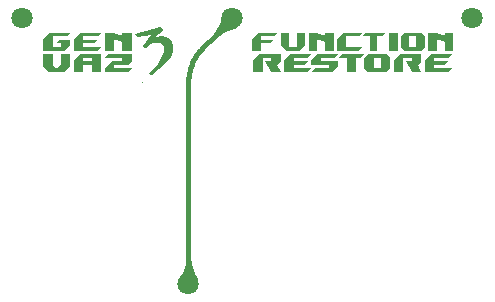
<source format=gbr>
G04 EAGLE Gerber RS-274X export*
G75*
%MOMM*%
%FSLAX34Y34*%
%LPD*%
%INTop Copper*%
%IPPOS*%
%AMOC8*
5,1,8,0,0,1.08239X$1,22.5*%
G01*
%ADD10C,1.800000*%
%ADD11C,0.406400*%

G36*
X134969Y179994D02*
X134969Y179994D01*
X134971Y179994D01*
X134973Y179994D01*
X147170Y190605D01*
X147170Y190606D01*
X147171Y190606D01*
X150994Y195126D01*
X150994Y195128D01*
X150995Y195128D01*
X152833Y200156D01*
X152833Y200157D01*
X152835Y200181D01*
X152835Y200186D01*
X152835Y200191D01*
X152836Y200196D01*
X152836Y200201D01*
X152836Y200206D01*
X152850Y200444D01*
X152850Y200445D01*
X152850Y200449D01*
X152850Y200454D01*
X152850Y200459D01*
X152851Y200459D01*
X152850Y200459D01*
X152851Y200464D01*
X152851Y200469D01*
X152864Y200703D01*
X152865Y200708D01*
X152865Y200713D01*
X152865Y200718D01*
X152865Y200723D01*
X152866Y200728D01*
X152879Y200961D01*
X152879Y200966D01*
X152879Y200971D01*
X152880Y200976D01*
X152880Y200981D01*
X152880Y200986D01*
X152881Y200991D01*
X152894Y201225D01*
X152894Y201230D01*
X152894Y201234D01*
X152894Y201235D01*
X152895Y201239D01*
X152895Y201240D01*
X152895Y201244D01*
X152895Y201249D01*
X152908Y201483D01*
X152909Y201488D01*
X152909Y201493D01*
X152909Y201498D01*
X152909Y201503D01*
X152910Y201508D01*
X152923Y201741D01*
X152923Y201746D01*
X152923Y201751D01*
X152924Y201756D01*
X152924Y201761D01*
X152924Y201766D01*
X152925Y201771D01*
X152938Y202005D01*
X152938Y202010D01*
X152938Y202015D01*
X152939Y202020D01*
X152939Y202025D01*
X152939Y202029D01*
X152939Y202030D01*
X152952Y202263D01*
X152953Y202268D01*
X152953Y202273D01*
X152953Y202278D01*
X152953Y202283D01*
X152954Y202283D01*
X152953Y202283D01*
X152954Y202288D01*
X152954Y202293D01*
X152967Y202526D01*
X152968Y202531D01*
X152968Y202536D01*
X152968Y202541D01*
X152968Y202546D01*
X152969Y202551D01*
X152982Y202785D01*
X152982Y202790D01*
X152982Y202795D01*
X152983Y202800D01*
X152983Y202805D01*
X152983Y202810D01*
X152996Y203043D01*
X152997Y203048D01*
X152997Y203053D01*
X152997Y203058D01*
X152998Y203063D01*
X152998Y203068D01*
X152998Y203073D01*
X153011Y203306D01*
X153011Y203307D01*
X153012Y203311D01*
X153012Y203316D01*
X153012Y203321D01*
X153012Y203326D01*
X153013Y203331D01*
X153026Y203565D01*
X153026Y203570D01*
X153026Y203575D01*
X153027Y203580D01*
X153027Y203585D01*
X153027Y203590D01*
X153028Y203595D01*
X153041Y203828D01*
X153041Y203833D01*
X153041Y203838D01*
X153042Y203843D01*
X153042Y203848D01*
X153042Y203853D01*
X153055Y204087D01*
X153056Y204092D01*
X153056Y204096D01*
X153056Y204097D01*
X153056Y204101D01*
X153056Y204102D01*
X153056Y204106D01*
X153057Y204106D01*
X153056Y204106D01*
X153057Y204111D01*
X153070Y204345D01*
X153070Y204350D01*
X153071Y204355D01*
X153071Y204360D01*
X153071Y204365D01*
X153071Y204370D01*
X153072Y204375D01*
X153085Y204608D01*
X153085Y204613D01*
X153085Y204618D01*
X153086Y204623D01*
X153086Y204628D01*
X153086Y204633D01*
X153096Y204809D01*
X153096Y204810D01*
X152243Y208331D01*
X152242Y208332D01*
X152242Y208333D01*
X151347Y209901D01*
X151346Y209901D01*
X151346Y209902D01*
X149804Y211183D01*
X149803Y211183D01*
X149803Y211184D01*
X143325Y213438D01*
X143324Y213438D01*
X143323Y213438D01*
X143322Y213438D01*
X137814Y212550D01*
X144931Y218246D01*
X144932Y218253D01*
X144931Y218253D01*
X144931Y218254D01*
X141722Y221286D01*
X141719Y221286D01*
X141717Y221287D01*
X120678Y214687D01*
X120677Y214686D01*
X120676Y214686D01*
X120676Y214684D01*
X120674Y214681D01*
X120676Y214680D01*
X120676Y214678D01*
X122994Y212716D01*
X122999Y212716D01*
X123000Y212716D01*
X134219Y213962D01*
X127461Y204643D01*
X127461Y204639D01*
X127462Y204639D01*
X127462Y204638D01*
X127461Y204637D01*
X128404Y203505D01*
X128409Y203504D01*
X128411Y203503D01*
X129975Y204286D01*
X130228Y203273D01*
X130229Y203272D01*
X130229Y203271D01*
X130231Y203271D01*
X130234Y203269D01*
X130235Y203270D01*
X130237Y203270D01*
X132585Y205284D01*
X136334Y207070D01*
X138674Y207469D01*
X141549Y207161D01*
X143542Y206394D01*
X144159Y205834D01*
X145101Y203948D01*
X145101Y200056D01*
X143497Y195954D01*
X140110Y189890D01*
X131614Y181390D01*
X131614Y181389D01*
X131613Y181389D01*
X131614Y181387D01*
X131614Y181383D01*
X131615Y181383D01*
X131616Y181382D01*
X134968Y179993D01*
X134969Y179994D01*
G37*
G36*
X334002Y182997D02*
X334002Y182997D01*
X334004Y182996D01*
X337004Y185996D01*
X337004Y185999D01*
X337005Y186000D01*
X337005Y195000D01*
X337003Y195002D01*
X337004Y195004D01*
X334004Y198004D01*
X334001Y198004D01*
X334000Y198005D01*
X318000Y198005D01*
X317998Y198003D01*
X317996Y198004D01*
X314996Y195004D01*
X314996Y195001D01*
X314995Y195000D01*
X314995Y186000D01*
X314997Y185998D01*
X314996Y185996D01*
X317996Y182996D01*
X317999Y182996D01*
X318000Y182995D01*
X334000Y182995D01*
X334002Y182997D01*
G37*
G36*
X77005Y182999D02*
X77005Y182999D01*
X77005Y183000D01*
X77005Y188995D01*
X83995Y188995D01*
X83995Y183000D01*
X83999Y182995D01*
X84000Y182995D01*
X92000Y182995D01*
X92005Y182999D01*
X92005Y183000D01*
X92005Y198000D01*
X92001Y198005D01*
X92000Y198005D01*
X74000Y198005D01*
X73998Y198003D01*
X73996Y198004D01*
X68996Y193004D01*
X68996Y193001D01*
X68995Y193000D01*
X68995Y183000D01*
X68999Y182995D01*
X69000Y182995D01*
X77000Y182995D01*
X77005Y182999D01*
G37*
G36*
X363002Y200997D02*
X363002Y200997D01*
X363004Y200996D01*
X366004Y203996D01*
X366004Y203999D01*
X366005Y204000D01*
X366005Y213000D01*
X366003Y213002D01*
X366004Y213004D01*
X363004Y216004D01*
X363001Y216004D01*
X363000Y216005D01*
X349000Y216005D01*
X348998Y216003D01*
X348996Y216004D01*
X345996Y213004D01*
X345996Y213001D01*
X345995Y213000D01*
X345995Y204000D01*
X345997Y203998D01*
X345996Y203996D01*
X348996Y200996D01*
X348999Y200996D01*
X349000Y200995D01*
X363000Y200995D01*
X363002Y200997D01*
G37*
G36*
X103005Y200999D02*
X103005Y200999D01*
X103005Y201000D01*
X103005Y210992D01*
X109995Y207997D01*
X109995Y201000D01*
X109999Y200995D01*
X110000Y200995D01*
X118000Y200995D01*
X118005Y200999D01*
X118005Y201000D01*
X118005Y216000D01*
X118001Y216005D01*
X118000Y216005D01*
X110000Y216005D01*
X109995Y216001D01*
X109995Y216000D01*
X109995Y213008D01*
X103002Y216005D01*
X103001Y216004D01*
X103000Y216005D01*
X95000Y216005D01*
X94995Y216001D01*
X94995Y216000D01*
X94995Y201000D01*
X94999Y200995D01*
X95000Y200995D01*
X103000Y200995D01*
X103005Y200999D01*
G37*
G36*
X229005Y182999D02*
X229005Y182999D01*
X229005Y183000D01*
X229005Y194995D01*
X235995Y194995D01*
X235995Y192005D01*
X231000Y192005D01*
X230999Y192004D01*
X230998Y192005D01*
X230998Y192003D01*
X230995Y192001D01*
X230996Y191999D01*
X230996Y191998D01*
X235996Y182998D01*
X235999Y182997D01*
X236000Y182995D01*
X244000Y182995D01*
X244001Y182996D01*
X244002Y182995D01*
X244002Y182997D01*
X244005Y182999D01*
X244004Y183001D01*
X244004Y183002D01*
X241007Y188981D01*
X244003Y190978D01*
X244004Y190981D01*
X244005Y190982D01*
X244005Y198000D01*
X244001Y198005D01*
X244000Y198005D01*
X226000Y198005D01*
X225998Y198003D01*
X225996Y198004D01*
X220996Y193004D01*
X220996Y193001D01*
X220995Y193000D01*
X220995Y183000D01*
X220999Y182995D01*
X221000Y182995D01*
X229000Y182995D01*
X229005Y182999D01*
G37*
G36*
X348005Y182999D02*
X348005Y182999D01*
X348005Y183000D01*
X348005Y194995D01*
X354995Y194995D01*
X354995Y192005D01*
X350000Y192005D01*
X349999Y192004D01*
X349998Y192005D01*
X349998Y192003D01*
X349995Y192001D01*
X349996Y191999D01*
X349996Y191998D01*
X354996Y182998D01*
X354999Y182997D01*
X355000Y182995D01*
X363000Y182995D01*
X363001Y182996D01*
X363002Y182995D01*
X363002Y182997D01*
X363005Y182999D01*
X363004Y183001D01*
X363004Y183002D01*
X360006Y188998D01*
X363003Y190996D01*
X363003Y190998D01*
X363004Y190999D01*
X363005Y191000D01*
X363005Y198000D01*
X363001Y198005D01*
X363000Y198005D01*
X345000Y198005D01*
X344998Y198003D01*
X344996Y198004D01*
X339996Y193004D01*
X339996Y193001D01*
X339995Y193000D01*
X339995Y183000D01*
X339999Y182995D01*
X340000Y182995D01*
X348000Y182995D01*
X348005Y182999D01*
G37*
G36*
X275005Y200999D02*
X275005Y200999D01*
X275005Y201000D01*
X275005Y210992D01*
X281995Y207997D01*
X281995Y201000D01*
X281999Y200995D01*
X282000Y200995D01*
X289000Y200995D01*
X289005Y200999D01*
X289005Y201000D01*
X289005Y216000D01*
X289001Y216005D01*
X289000Y216005D01*
X282000Y216005D01*
X281995Y216001D01*
X281995Y216000D01*
X281995Y213008D01*
X275002Y216005D01*
X275001Y216004D01*
X275000Y216005D01*
X268000Y216005D01*
X267995Y216001D01*
X267995Y216000D01*
X267995Y201000D01*
X267999Y200995D01*
X268000Y200995D01*
X275000Y200995D01*
X275005Y200999D01*
G37*
G36*
X376005Y200999D02*
X376005Y200999D01*
X376005Y201000D01*
X376005Y210992D01*
X382995Y207997D01*
X382995Y201000D01*
X382999Y200995D01*
X383000Y200995D01*
X390000Y200995D01*
X390005Y200999D01*
X390005Y201000D01*
X390005Y216000D01*
X390001Y216005D01*
X390000Y216005D01*
X383000Y216005D01*
X382995Y216001D01*
X382995Y216000D01*
X382995Y213008D01*
X376002Y216005D01*
X376001Y216004D01*
X376000Y216005D01*
X369000Y216005D01*
X368995Y216001D01*
X368995Y216000D01*
X368995Y201000D01*
X368999Y200995D01*
X369000Y200995D01*
X376000Y200995D01*
X376005Y200999D01*
G37*
G36*
X61002Y182997D02*
X61002Y182997D01*
X61004Y182996D01*
X66004Y187996D01*
X66004Y187999D01*
X66005Y188000D01*
X66005Y198000D01*
X66001Y198005D01*
X66000Y198005D01*
X58000Y198005D01*
X57995Y198001D01*
X57995Y198000D01*
X57995Y189002D01*
X54998Y186005D01*
X54002Y186005D01*
X51005Y189002D01*
X51005Y198000D01*
X51001Y198005D01*
X51000Y198005D01*
X43000Y198005D01*
X42995Y198001D01*
X42995Y198000D01*
X42995Y188000D01*
X42997Y187998D01*
X42996Y187996D01*
X47996Y182996D01*
X47999Y182996D01*
X48000Y182995D01*
X61000Y182995D01*
X61002Y182997D01*
G37*
G36*
X61002Y200997D02*
X61002Y200997D01*
X61004Y200996D01*
X66004Y205996D01*
X66004Y205999D01*
X66005Y206000D01*
X66005Y210000D01*
X66001Y210005D01*
X66000Y210005D01*
X57000Y210005D01*
X56998Y210003D01*
X56996Y210004D01*
X53996Y207004D01*
X53996Y207002D01*
X53995Y207001D01*
X53996Y206999D01*
X53996Y206997D01*
X53998Y206997D01*
X54000Y206995D01*
X57995Y206995D01*
X57995Y204005D01*
X51005Y204005D01*
X51005Y212995D01*
X63000Y212995D01*
X63002Y212997D01*
X63004Y212996D01*
X66004Y215996D01*
X66004Y215998D01*
X66005Y215999D01*
X66004Y216001D01*
X66004Y216003D01*
X66002Y216003D01*
X66000Y216005D01*
X48000Y216005D01*
X47998Y216003D01*
X47996Y216004D01*
X42996Y211004D01*
X42996Y211001D01*
X42995Y211000D01*
X42995Y201000D01*
X42999Y200995D01*
X43000Y200995D01*
X61000Y200995D01*
X61002Y200997D01*
G37*
G36*
X115002Y182997D02*
X115002Y182997D01*
X115004Y182996D01*
X118004Y185996D01*
X118004Y185998D01*
X118005Y185999D01*
X118004Y186001D01*
X118004Y186003D01*
X118002Y186003D01*
X118000Y186005D01*
X103005Y186005D01*
X103005Y188995D01*
X115000Y188995D01*
X115002Y188997D01*
X115004Y188996D01*
X118004Y191996D01*
X118004Y191999D01*
X118005Y192000D01*
X118005Y198000D01*
X118001Y198005D01*
X118000Y198005D01*
X98000Y198005D01*
X97998Y198003D01*
X97996Y198004D01*
X94996Y195004D01*
X94996Y195002D01*
X94995Y195001D01*
X94996Y194999D01*
X94996Y194997D01*
X94998Y194997D01*
X95000Y194995D01*
X109995Y194995D01*
X109995Y192005D01*
X101000Y192005D01*
X100998Y192003D01*
X100996Y192004D01*
X94996Y186004D01*
X94996Y186002D01*
X94996Y186001D01*
X94995Y186000D01*
X94995Y183000D01*
X94999Y182995D01*
X95000Y182995D01*
X115000Y182995D01*
X115002Y182997D01*
G37*
G36*
X288002Y182997D02*
X288002Y182997D01*
X288004Y182996D01*
X293004Y187996D01*
X293004Y187999D01*
X293005Y188000D01*
X293005Y192000D01*
X293001Y192005D01*
X293000Y192005D01*
X278005Y192005D01*
X278005Y194995D01*
X290000Y194995D01*
X290002Y194997D01*
X290004Y194996D01*
X293004Y197996D01*
X293004Y197998D01*
X293005Y197999D01*
X293004Y198001D01*
X293004Y198003D01*
X293002Y198003D01*
X293000Y198005D01*
X275000Y198005D01*
X274998Y198003D01*
X274996Y198004D01*
X269996Y193004D01*
X269996Y193001D01*
X269995Y193000D01*
X269995Y189000D01*
X269999Y188995D01*
X270000Y188995D01*
X284995Y188995D01*
X284995Y186005D01*
X273000Y186005D01*
X272998Y186003D01*
X272996Y186004D01*
X269996Y183004D01*
X269996Y183002D01*
X269995Y183001D01*
X269996Y182999D01*
X269996Y182997D01*
X269998Y182997D01*
X270000Y182995D01*
X288000Y182995D01*
X288002Y182997D01*
G37*
G36*
X89002Y200997D02*
X89002Y200997D01*
X89004Y200996D01*
X92004Y203996D01*
X92004Y203998D01*
X92005Y203999D01*
X92004Y204001D01*
X92004Y204003D01*
X92002Y204003D01*
X92000Y204005D01*
X77005Y204005D01*
X77005Y206995D01*
X86000Y206995D01*
X86002Y206997D01*
X86004Y206996D01*
X89004Y209996D01*
X89004Y209998D01*
X89005Y209999D01*
X89004Y210001D01*
X89004Y210003D01*
X89002Y210003D01*
X89000Y210005D01*
X77005Y210005D01*
X77005Y212995D01*
X89000Y212995D01*
X89002Y212997D01*
X89004Y212996D01*
X92004Y215996D01*
X92004Y215998D01*
X92005Y215999D01*
X92004Y216001D01*
X92004Y216003D01*
X92002Y216003D01*
X92000Y216005D01*
X74000Y216005D01*
X73998Y216003D01*
X73996Y216004D01*
X68996Y211004D01*
X68996Y211001D01*
X68995Y211000D01*
X68995Y201000D01*
X68999Y200995D01*
X69000Y200995D01*
X89000Y200995D01*
X89002Y200997D01*
G37*
G36*
X386002Y182997D02*
X386002Y182997D01*
X386004Y182996D01*
X389004Y185996D01*
X389004Y185998D01*
X389005Y185999D01*
X389004Y186001D01*
X389004Y186003D01*
X389002Y186003D01*
X389000Y186005D01*
X374005Y186005D01*
X374005Y188995D01*
X383000Y188995D01*
X383002Y188997D01*
X383004Y188996D01*
X386004Y191996D01*
X386004Y191998D01*
X386005Y191999D01*
X386004Y192001D01*
X386004Y192003D01*
X386002Y192003D01*
X386000Y192005D01*
X374005Y192005D01*
X374005Y194995D01*
X386000Y194995D01*
X386002Y194997D01*
X386004Y194996D01*
X389004Y197996D01*
X389004Y197998D01*
X389005Y197999D01*
X389004Y198001D01*
X389004Y198003D01*
X389002Y198003D01*
X389000Y198005D01*
X371000Y198005D01*
X370998Y198003D01*
X370996Y198004D01*
X365996Y193004D01*
X365996Y193001D01*
X365995Y193000D01*
X365995Y183000D01*
X365999Y182995D01*
X366000Y182995D01*
X386000Y182995D01*
X386002Y182997D01*
G37*
G36*
X267002Y182997D02*
X267002Y182997D01*
X267004Y182996D01*
X270004Y185996D01*
X270004Y185998D01*
X270005Y185999D01*
X270004Y186001D01*
X270004Y186003D01*
X270002Y186003D01*
X270000Y186005D01*
X255005Y186005D01*
X255005Y188995D01*
X264000Y188995D01*
X264002Y188997D01*
X264004Y188996D01*
X267004Y191996D01*
X267004Y191998D01*
X267005Y191999D01*
X267004Y192001D01*
X267004Y192003D01*
X267002Y192003D01*
X267000Y192005D01*
X255005Y192005D01*
X255005Y194995D01*
X267000Y194995D01*
X267002Y194997D01*
X267004Y194996D01*
X270004Y197996D01*
X270004Y197998D01*
X270005Y197999D01*
X270004Y198001D01*
X270004Y198003D01*
X270002Y198003D01*
X270000Y198005D01*
X252000Y198005D01*
X251998Y198003D01*
X251996Y198004D01*
X246996Y193004D01*
X246996Y193001D01*
X246995Y193000D01*
X246995Y183000D01*
X246999Y182995D01*
X247000Y182995D01*
X267000Y182995D01*
X267002Y182997D01*
G37*
G36*
X260002Y200997D02*
X260002Y200997D01*
X260004Y200996D01*
X265004Y205996D01*
X265004Y205999D01*
X265005Y206000D01*
X265005Y216000D01*
X265001Y216005D01*
X265000Y216005D01*
X258000Y216005D01*
X257995Y216001D01*
X257995Y216000D01*
X257995Y204005D01*
X251005Y204005D01*
X251005Y216000D01*
X251001Y216005D01*
X251000Y216005D01*
X244000Y216005D01*
X243995Y216001D01*
X243995Y216000D01*
X243995Y206000D01*
X243997Y205998D01*
X243996Y205996D01*
X248996Y200996D01*
X248999Y200996D01*
X249000Y200995D01*
X260000Y200995D01*
X260002Y200997D01*
G37*
G36*
X310002Y200997D02*
X310002Y200997D01*
X310004Y200996D01*
X313004Y203996D01*
X313004Y203998D01*
X313005Y203999D01*
X313004Y204001D01*
X313004Y204003D01*
X313002Y204003D01*
X313000Y204005D01*
X299005Y204005D01*
X299005Y212995D01*
X310000Y212995D01*
X310002Y212997D01*
X310004Y212996D01*
X313004Y215996D01*
X313004Y215998D01*
X313005Y215999D01*
X313004Y216001D01*
X313004Y216003D01*
X313002Y216003D01*
X313000Y216005D01*
X297000Y216005D01*
X296998Y216003D01*
X296996Y216004D01*
X291996Y211004D01*
X291996Y211001D01*
X291995Y211000D01*
X291995Y201000D01*
X291999Y200995D01*
X292000Y200995D01*
X310000Y200995D01*
X310002Y200997D01*
G37*
G36*
X227005Y200999D02*
X227005Y200999D01*
X227005Y201000D01*
X227005Y206995D01*
X235000Y206995D01*
X235002Y206997D01*
X235004Y206996D01*
X238004Y209996D01*
X238004Y209998D01*
X238005Y209999D01*
X238004Y210001D01*
X238004Y210003D01*
X238002Y210003D01*
X238000Y210005D01*
X227005Y210005D01*
X227005Y212995D01*
X238000Y212995D01*
X238002Y212997D01*
X238004Y212996D01*
X241004Y215996D01*
X241004Y215998D01*
X241005Y215999D01*
X241004Y216001D01*
X241004Y216003D01*
X241002Y216003D01*
X241000Y216005D01*
X225000Y216005D01*
X224998Y216003D01*
X224996Y216004D01*
X219996Y211004D01*
X219996Y211001D01*
X219995Y211000D01*
X219995Y201000D01*
X219999Y200995D01*
X220000Y200995D01*
X227000Y200995D01*
X227005Y200999D01*
G37*
G36*
X308005Y182999D02*
X308005Y182999D01*
X308005Y183000D01*
X308005Y194995D01*
X312000Y194995D01*
X312002Y194997D01*
X312004Y194996D01*
X315004Y197996D01*
X315004Y197998D01*
X315005Y197999D01*
X315004Y198001D01*
X315004Y198003D01*
X315002Y198003D01*
X315000Y198005D01*
X296000Y198005D01*
X295998Y198003D01*
X295996Y198004D01*
X292996Y195004D01*
X292996Y195002D01*
X292995Y195001D01*
X292996Y194999D01*
X292996Y194997D01*
X292998Y194997D01*
X293000Y194995D01*
X299995Y194995D01*
X299995Y183000D01*
X299999Y182995D01*
X300000Y182995D01*
X308000Y182995D01*
X308005Y182999D01*
G37*
G36*
X326005Y200999D02*
X326005Y200999D01*
X326005Y201000D01*
X326005Y212995D01*
X330000Y212995D01*
X330002Y212997D01*
X330004Y212996D01*
X333004Y215996D01*
X333004Y215998D01*
X333005Y215999D01*
X333004Y216001D01*
X333004Y216003D01*
X333002Y216003D01*
X333000Y216005D01*
X316000Y216005D01*
X315998Y216003D01*
X315996Y216004D01*
X312996Y213004D01*
X312996Y213002D01*
X312995Y213001D01*
X312996Y212999D01*
X312996Y212997D01*
X312998Y212997D01*
X313000Y212995D01*
X319995Y212995D01*
X319995Y201000D01*
X319999Y200995D01*
X320000Y200995D01*
X326000Y200995D01*
X326005Y200999D01*
G37*
G36*
X343005Y200999D02*
X343005Y200999D01*
X343005Y201000D01*
X343005Y216000D01*
X343001Y216005D01*
X343000Y216005D01*
X336000Y216005D01*
X335995Y216001D01*
X335995Y216000D01*
X335995Y201000D01*
X335999Y200995D01*
X336000Y200995D01*
X343000Y200995D01*
X343005Y200999D01*
G37*
%LPC*%
G36*
X353005Y204005D02*
X353005Y204005D01*
X353005Y212995D01*
X358995Y212995D01*
X358995Y204005D01*
X353005Y204005D01*
G37*
%LPD*%
%LPC*%
G36*
X323005Y186005D02*
X323005Y186005D01*
X323005Y194995D01*
X328995Y194995D01*
X328995Y186005D01*
X323005Y186005D01*
G37*
%LPD*%
%LPC*%
G36*
X77005Y192005D02*
X77005Y192005D01*
X77005Y194995D01*
X83995Y194995D01*
X83995Y192005D01*
X77005Y192005D01*
G37*
%LPD*%
G36*
X126922Y173650D02*
X126922Y173650D01*
X126923Y173650D01*
X127366Y173986D01*
X127366Y173988D01*
X127368Y173989D01*
X127367Y173990D01*
X127367Y173992D01*
X127365Y173993D01*
X127363Y173995D01*
X126751Y173995D01*
X126751Y173994D01*
X126750Y173995D01*
X126749Y173993D01*
X126747Y173990D01*
X126748Y173989D01*
X126747Y173988D01*
X126915Y173651D01*
X126916Y173651D01*
X126921Y173649D01*
X126922Y173650D01*
G37*
D10*
X25400Y228600D03*
X406400Y228600D03*
X165894Y3175D03*
D11*
X165894Y23813D01*
D10*
X203200Y228600D03*
D11*
X165894Y174456D02*
X165894Y23813D01*
X165894Y174456D02*
X165906Y175454D01*
X165943Y176451D01*
X166004Y177446D01*
X166090Y178440D01*
X166200Y179432D01*
X166334Y180421D01*
X166492Y181406D01*
X166675Y182386D01*
X166882Y183362D01*
X167112Y184333D01*
X167367Y185298D01*
X167644Y186256D01*
X167946Y187207D01*
X168270Y188151D01*
X168618Y189086D01*
X168988Y190012D01*
X169381Y190929D01*
X169797Y191836D01*
X170234Y192733D01*
X170694Y193618D01*
X171175Y194492D01*
X171677Y195354D01*
X172201Y196204D01*
X172745Y197040D01*
X173309Y197863D01*
X173894Y198671D01*
X174498Y199465D01*
X175121Y200244D01*
X175763Y201007D01*
X176424Y201755D01*
X177103Y202486D01*
X177800Y203200D01*
X188913Y214313D01*
X203200Y228600D01*
X196359Y229884D02*
X196205Y229106D01*
X196031Y228331D01*
X195840Y227561D01*
X195630Y226796D01*
X195402Y226036D01*
X195156Y225281D01*
X194892Y224533D01*
X194610Y223791D01*
X194311Y223056D01*
X193995Y222328D01*
X193661Y221608D01*
X193310Y220896D01*
X192942Y220193D01*
X192558Y219499D01*
X192157Y218814D01*
X191740Y218139D01*
X191307Y217473D01*
X190858Y216819D01*
X190394Y216175D01*
X189915Y215543D01*
X189421Y214922D01*
X188912Y214313D01*
X196360Y229884D02*
X204484Y221760D01*
X204484Y221759D02*
X203706Y221605D01*
X202931Y221431D01*
X202161Y221240D01*
X201396Y221030D01*
X200636Y220802D01*
X199881Y220556D01*
X199133Y220292D01*
X198391Y220010D01*
X197656Y219711D01*
X196928Y219395D01*
X196208Y219061D01*
X195496Y218710D01*
X194793Y218342D01*
X194099Y217958D01*
X193414Y217557D01*
X192739Y217140D01*
X192073Y216707D01*
X191419Y216258D01*
X190775Y215794D01*
X190143Y215315D01*
X189522Y214821D01*
X188913Y214312D01*
X171782Y6883D02*
X160005Y6883D01*
X171782Y6883D02*
X171327Y7570D01*
X170888Y8268D01*
X170467Y8976D01*
X170062Y9694D01*
X169675Y10422D01*
X169305Y11158D01*
X168952Y11903D01*
X168618Y12656D01*
X168301Y13417D01*
X168003Y14185D01*
X167723Y14960D01*
X167461Y15742D01*
X167219Y16529D01*
X166995Y17322D01*
X166790Y18121D01*
X166604Y18923D01*
X166437Y19731D01*
X166289Y20541D01*
X166161Y21355D01*
X166052Y22172D01*
X165963Y22992D01*
X165893Y23813D01*
X165894Y23813D02*
X165824Y22992D01*
X165735Y22172D01*
X165626Y21355D01*
X165498Y20541D01*
X165350Y19731D01*
X165183Y18923D01*
X164997Y18121D01*
X164792Y17322D01*
X164568Y16529D01*
X164326Y15742D01*
X164064Y14960D01*
X163784Y14185D01*
X163486Y13417D01*
X163169Y12656D01*
X162835Y11903D01*
X162482Y11158D01*
X162112Y10422D01*
X161725Y9694D01*
X161320Y8976D01*
X160899Y8268D01*
X160460Y7570D01*
X160005Y6883D01*
M02*

</source>
